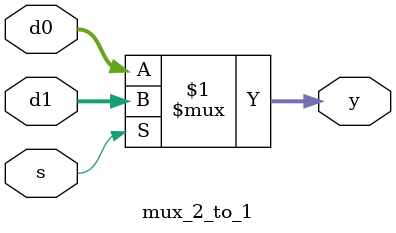
<source format=sv>
`timescale 1ns / 1ps

module mux_2_to_1(y,d0,d1,s);
input logic [3:0] d0,d1;
input logic s;
output logic [3:0] y;

assign y = s ? d1 : d0;

endmodule

</source>
